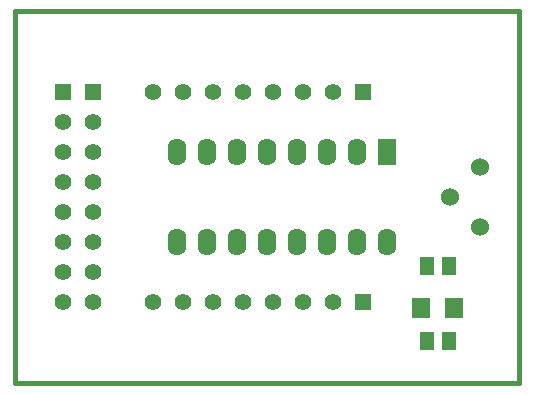
<source format=gts>
G04 (created by PCBNEW-RS274X (2011-07-08)-stable) date Fri 07 Oct 2011 01:39:22 PM CEST*
G01*
G70*
G90*
%MOIN*%
G04 Gerber Fmt 3.4, Leading zero omitted, Abs format*
%FSLAX34Y34*%
G04 APERTURE LIST*
%ADD10C,0.006000*%
%ADD11C,0.015000*%
%ADD12R,0.055000X0.055000*%
%ADD13C,0.055000*%
%ADD14R,0.051100X0.059000*%
%ADD15R,0.062900X0.070800*%
%ADD16C,0.060000*%
%ADD17R,0.062000X0.090000*%
%ADD18O,0.062000X0.090000*%
G04 APERTURE END LIST*
G54D10*
G54D11*
X58500Y-29800D02*
X41700Y-29800D01*
X41700Y-17400D02*
X58500Y-17400D01*
X58500Y-29800D02*
X58500Y-17400D01*
X41700Y-17400D02*
X41700Y-29800D01*
G54D12*
X44300Y-20100D03*
G54D13*
X44300Y-21100D03*
X44300Y-22100D03*
X44300Y-23100D03*
X44300Y-24100D03*
X44300Y-25100D03*
X44300Y-26100D03*
X44300Y-27100D03*
G54D12*
X43300Y-20100D03*
G54D13*
X43300Y-21100D03*
X43300Y-22100D03*
X43300Y-23100D03*
X43300Y-24100D03*
X43300Y-25100D03*
X43300Y-26100D03*
X43300Y-27100D03*
G54D12*
X53300Y-20100D03*
G54D13*
X52300Y-20100D03*
X51300Y-20100D03*
X50300Y-20100D03*
X49300Y-20100D03*
X48300Y-20100D03*
X47300Y-20100D03*
X46300Y-20100D03*
G54D12*
X53300Y-27100D03*
G54D13*
X52300Y-27100D03*
X51300Y-27100D03*
X50300Y-27100D03*
X49300Y-27100D03*
X48300Y-27100D03*
X47300Y-27100D03*
X46300Y-27100D03*
G54D14*
X56174Y-25900D03*
X55426Y-25900D03*
G54D15*
X55249Y-27300D03*
X56351Y-27300D03*
G54D14*
X55426Y-28400D03*
X56174Y-28400D03*
G54D16*
X57200Y-24600D03*
X56200Y-23600D03*
X57200Y-22600D03*
G54D17*
X54100Y-22100D03*
G54D18*
X53100Y-22100D03*
X52100Y-22100D03*
X51100Y-22100D03*
X50100Y-22100D03*
X49100Y-22100D03*
X48100Y-22100D03*
X47100Y-22100D03*
X47100Y-25100D03*
X48100Y-25100D03*
X49100Y-25100D03*
X50100Y-25100D03*
X51100Y-25100D03*
X52100Y-25100D03*
X53100Y-25100D03*
X54100Y-25100D03*
M02*

</source>
